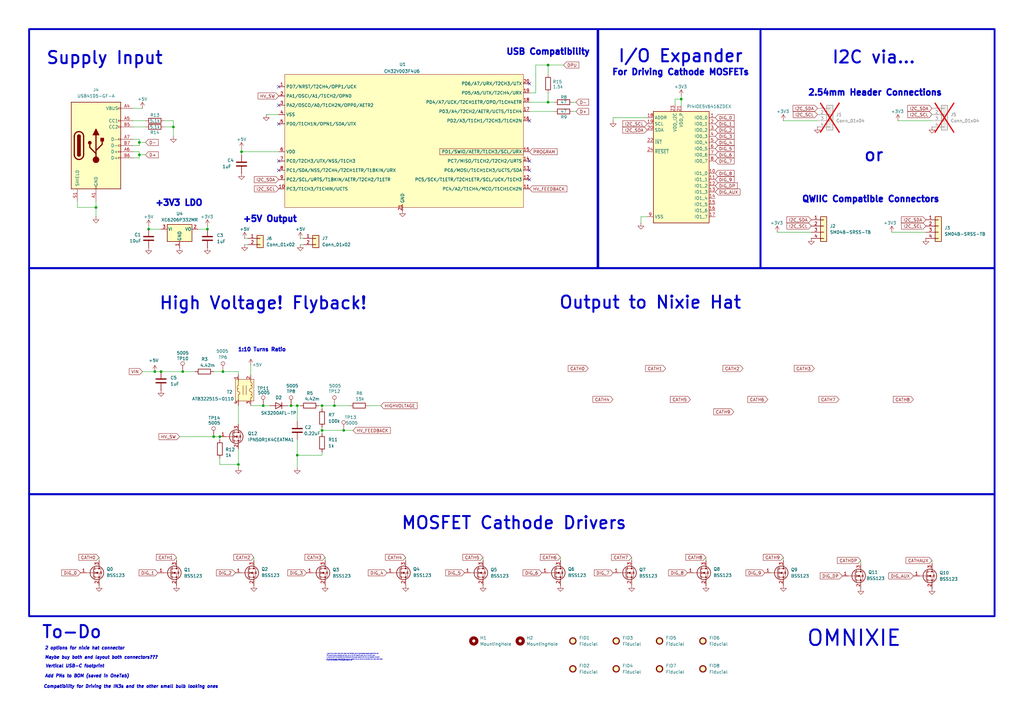
<source format=kicad_sch>
(kicad_sch (version 20250114) (generator "eeschema") (generator_version "9.0")
  (paper "A3")
  (title_block (title "Omnixie") (date "2025-12-16") (rev "1") (company "High Tech Aztech"))
  (rectangle (start 11.938 109.982) (end 407.924 202.692) (stroke (width 0.762)))
  (rectangle (start 11.938 11.938) (end 245.11 109.982) (stroke (width 0.762)))
  (rectangle (start 11.938 202.692) (end 407.924 252.73) (stroke (width 0.762)))
  (rectangle (start 245.364 11.938) (end 311.912 109.982) (stroke (width 0.762)))
  (rectangle (start 311.912 11.938) (end 407.924 109.982) (stroke (width 0.762)))
  (text "High Voltage! Flyback!" (at 107.95 124.46 0) (effects (font (size 5 5) (thickness 0.8) (bold yes))))
  (text "2.54mm Header Connections" (at 358.902 38.1 0) (effects (font (size 2.5 2.5) (thickness 0.8) (bold yes))))
  (text "QWIIC Compatible Connectors\n" (at 357.124 81.788 0) (effects (font (size 2.5 2.5) (thickness 0.8) (bold yes))))
  (text "MOSFET Cathode Drivers" (at 210.82 214.63 0) (effects (font (size 5 5) (thickness 0.8) (bold yes))))
  (text "Find small bulb sockets for the small nixie bulbs" (at 17.018 313.69 0) (effects (font (size 1.27 1.27) (thickness 0.3556) (bold yes) (italic yes)) (justify left)))
  (text "Footprints for remaining components" (at 17.78 301.498 0) (effects (font (size 1.27 1.27) (thickness 0.3556) (bold yes) (italic yes)) (justify left)))
  (text "USB Compatibility" (at 224.79 21.336 0) (effects (font (size 2.5 2.5) (thickness 0.8) (bold yes))))
  (text "1:10 Turns Ratio\n" (at 107.442 143.51 0) (effects (font (size 1.524 1.524) (thickness 0.8) (bold yes))))
  (text "This means the power supplying must occur not on the nixie footprint board, but on the driver board" (at 133.858 268.986 0) (effects (font (size 0.254 0.254) (thickness 0.3556) (bold yes) (italic yes)) (justify left)))
  (text "For Driving Cathode MOSFETs" (at 279.146 29.718 0) (effects (font (size 2.5 2.5) (thickness 0.8) (bold yes))))
  (text "Maybe buy both and layout both connectors???" (at 18.288 269.748 0) (effects (font (size 1.27 1.27) (thickness 0.3556) (bold yes) (italic yes)) (justify left)))
  (text "+5V Output" (at 110.744 89.916 0) (effects (font (size 2.5 2.5) (thickness 0.8) (bold yes))))
  (text "Supply Input" (at 42.926 23.876 0) (effects (font (size 5 5) (thickness 0.8) (bold yes))))
  (text "+3V3 LDO" (at 73.406 83.312 0) (effects (font (size 2.5 2.5) (thickness 0.8) (bold yes))))
  (text "Vertical USB-C footprint\n" (at 18.542 273.304 0) (effects (font (size 1.27 1.27) (thickness 0.3556) (bold yes) (italic yes)) (justify left)))
  (text "or\n" (at 358.394 63.754 0) (effects (font (size 5 5) (thickness 0.8) (bold yes))))
  (text "Compatibility for Driving the IN3s and the other small bulb looking ones " (at 17.78 281.686 0) (effects (font (size 1.27 1.27) (thickness 0.3556) (bold yes) (italic yes)) (justify left)))
  (text "I2C via...\n" (at 358.394 23.622 0) (effects (font (size 5 5) (thickness 0.8) (bold yes))))
  (text "It would be nice if the connector that connects the driver supply board to the nixie was reasonable to source\n" (at 133.858 269.748 0) (effects (font (size 0.254 0.254) (thickness 0.3556) (bold yes) (italic yes)) (justify left)))
  (text "I/O Expander" (at 279.146 23.114 0) (effects (font (size 5 5) (thickness 0.8) (bold yes))))
  (text "I would like to make a small driver board that interfaces with an interchangable daughter board (nixie hat)" (at 133.858 268.224 0) (effects (font (size 0.254 0.254) (thickness 0.3556) (bold yes) (italic yes)) (justify left)))
  (text "2 options for nixie hat connector" (at 18.288 265.938 0) (effects (font (size 1.27 1.27) (thickness 0.3556) (bold yes) (italic yes)) (justify left)))
  (text "OMNIXIE\n" (at 350.266 261.874 0) (effects (font (size 6.35 6.35) (thickness 0.8) (bold yes))))
  (text "Figure out pinout for USB and analog inputs" (at 17.78 305.308 0) (effects (font (size 1.27 1.27) (thickness 0.3556) (bold yes) (italic yes)) (justify left)))
  (text "The nixie driver supply board (Omnixie) would be awesome if all you had to do was either fab a super simple board \nor etch and homemake a nixie daughter board to use" (at 133.858 270.764 0) (effects (font (size 0.254 0.254) (thickness 0.3556) (bold yes) (italic yes)) (justify left)))
  (text "Add PNs to BOM (saved in OneTab)\n" (at 18.288 277.368 0) (effects (font (size 1.27 1.27) (thickness 0.3556) (bold yes) (italic yes)) (justify left)))
  (text "Output to Nixie Hat" (at 266.7 124.206 0) (effects (font (size 5 5) (thickness 0.8) (bold yes))))
  (text "Remaining passives values\n" (at 17.272 309.372 0) (effects (font (size 1.27 1.27) (thickness 0.3556) (bold yes) (italic yes)) (justify left)))
  (text "To-Do\n" (at 29.464 259.334 0) (effects (font (size 5 5) (thickness 0.8) (bold yes))))
  (junction (at 107.95 166.37))
  (junction (at 99.06 62.23))
  (junction (at 140.97 176.53))
  (junction (at 121.92 186.69))
  (junction (at 60.96 93.98))
  (junction (at 97.79 190.5))
  (junction (at 132.08 176.53))
  (junction (at 91.44 152.4))
  (junction (at 66.04 152.4))
  (junction (at 63.5 152.4))
  (junction (at 57.15 63.5))
  (junction (at 39.37 85.09))
  (junction (at 224.79 26.67))
  (junction (at 71.12 52.07))
  (junction (at 279.4 40.64))
  (junction (at 119.38 166.37))
  (junction (at 90.17 179.07))
  (junction (at 132.08 166.37))
  (junction (at 85.09 93.98))
  (junction (at 87.63 179.07))
  (junction (at 137.16 166.37))
  (junction (at 57.15 58.42))
  (junction (at 121.92 166.37))
  (junction (at 224.79 41.91))
  (junction (at 74.93 152.4))
  (no_connect (at 114.3 35.56))
  (no_connect (at 114.3 43.18))
  (no_connect (at 114.3 50.8))
  (no_connect (at 114.3 69.85))
  (no_connect (at 217.17 69.85))
  (no_connect (at 114.3 66.04))
  (no_connect (at 217.17 49.53))
  (no_connect (at 217.17 66.04))
  (no_connect (at 217.17 73.66))
  (no_connect (at 217.17 34.29))
  (wire (pts (xy 132.08 177.8) (xy 132.08 176.53)))
  (wire (pts (xy 123.19 97.79) (xy 124.46 97.79)))
  (wire (pts (xy 104.14 228.6) (xy 104.14 229.87)))
  (wire (pts (xy 227.33 45.72) (xy 217.17 45.72)))
  (wire (pts (xy 87.63 179.07) (xy 90.17 179.07)))
  (wire (pts (xy 54.61 64.77) (xy 57.15 64.77)))
  (wire (pts (xy 276.86 43.18) (xy 276.86 40.64)))
  (wire (pts (xy 54.61 52.07) (xy 59.69 52.07)))
  (wire (pts (xy 85.09 93.98) (xy 81.28 93.98)))
  (wire (pts (xy 109.22 46.99) (xy 114.3 46.99)))
  (wire (pts (xy 279.4 40.64) (xy 279.4 43.18)))
  (wire (pts (xy 66.04 152.4) (xy 74.93 152.4)))
  (wire (pts (xy 571.5 177.8) (xy 571.5 182.88)))
  (wire (pts (xy 54.61 59.69) (xy 57.15 59.69)))
  (wire (pts (xy 571.5 156.21) (xy 571.5 162.56)))
  (wire (pts (xy 321.31 228.6) (xy 321.31 229.87)))
  (wire (pts (xy 107.95 166.37) (xy 110.49 166.37)))
  (wire (pts (xy 39.37 85.09) (xy 39.37 82.55)))
  (wire (pts (xy 224.79 26.67) (xy 231.14 26.67)))
  (wire (pts (xy 87.63 152.4) (xy 91.44 152.4)))
  (wire (pts (xy 236.22 45.72) (xy 234.95 45.72)))
  (wire (pts (xy 58.42 152.4) (xy 63.5 152.4)))
  (wire (pts (xy 118.11 166.37) (xy 119.38 166.37)))
  (wire (pts (xy 133.35 228.6) (xy 133.35 229.87)))
  (wire (pts (xy 121.92 180.34) (xy 121.92 186.69)))
  (wire (pts (xy 265.43 48.26) (xy 251.46 48.26)))
  (wire (pts (xy 518.16 135.89) (xy 518.16 156.21)))
  (wire (pts (xy 236.22 41.91) (xy 234.95 41.91)))
  (wire (pts (xy 119.38 166.37) (xy 121.92 166.37)))
  (wire (pts (xy 132.08 166.37) (xy 132.08 167.64)))
  (wire (pts (xy 40.64 228.6) (xy 40.64 229.87)))
  (wire (pts (xy 289.56 228.6) (xy 289.56 229.87)))
  (wire (pts (xy 514.35 163.83) (xy 518.16 163.83)))
  (wire (pts (xy 57.15 57.15) (xy 57.15 58.42)))
  (wire (pts (xy 259.08 228.6) (xy 259.08 229.87)))
  (wire (pts (xy 99.06 63.5) (xy 99.06 62.23)))
  (wire (pts (xy 54.61 49.53) (xy 59.69 49.53)))
  (wire (pts (xy 262.89 88.9) (xy 262.89 91.44)))
  (wire (pts (xy 224.79 38.1) (xy 224.79 41.91)))
  (wire (pts (xy 229.87 228.6) (xy 229.87 229.87)))
  (wire (pts (xy 85.09 92.71) (xy 85.09 93.98)))
  (wire (pts (xy 219.71 26.67) (xy 219.71 38.1)))
  (wire (pts (xy 97.79 184.15) (xy 97.79 190.5)))
  (wire (pts (xy 279.4 39.37) (xy 279.4 40.64)))
  (wire (pts (xy 144.78 176.53) (xy 140.97 176.53)))
  (wire (pts (xy 99.06 62.23) (xy 114.3 62.23)))
  (wire (pts (xy 90.17 190.5) (xy 97.79 190.5)))
  (wire (pts (xy 365.76 95.25) (xy 379.73 95.25)))
  (wire (pts (xy 63.5 152.4) (xy 66.04 152.4)))
  (wire (pts (xy 276.86 40.64) (xy 279.4 40.64)))
  (wire (pts (xy 132.08 186.69) (xy 132.08 185.42)))
  (wire (pts (xy 137.16 166.37) (xy 143.51 166.37)))
  (wire (pts (xy 353.06 229.87) (xy 353.06 231.14)))
  (wire (pts (xy 57.15 58.42) (xy 57.15 59.69)))
  (wire (pts (xy 570.23 127) (xy 571.5 127)))
  (wire (pts (xy 72.39 228.6) (xy 72.39 229.87)))
  (wire (pts (xy 132.08 175.26) (xy 132.08 176.53)))
  (wire (pts (xy 57.15 62.23) (xy 57.15 63.5)))
  (wire (pts (xy 60.96 92.71) (xy 60.96 93.98)))
  (wire (pts (xy 217.17 41.91) (xy 224.79 41.91)))
  (wire (pts (xy 90.17 179.07) (xy 90.17 180.34)))
  (wire (pts (xy 74.93 152.4) (xy 80.01 152.4)))
  (wire (pts (xy 121.92 191.77) (xy 121.92 186.69)))
  (wire (pts (xy 224.79 26.67) (xy 224.79 30.48)))
  (wire (pts (xy 31.75 85.09) (xy 39.37 85.09)))
  (wire (pts (xy 100.33 97.79) (xy 101.6 97.79)))
  (wire (pts (xy 67.31 49.53) (xy 71.12 49.53)))
  (wire (pts (xy 121.92 166.37) (xy 123.19 166.37)))
  (wire (pts (xy 102.87 166.37) (xy 107.95 166.37)))
  (wire (pts (xy 57.15 63.5) (xy 57.15 64.77)))
  (wire (pts (xy 97.79 191.77) (xy 97.79 190.5)))
  (wire (pts (xy 219.71 26.67) (xy 224.79 26.67)))
  (wire (pts (xy 251.46 48.26) (xy 251.46 49.53)))
  (wire (pts (xy 59.69 58.42) (xy 57.15 58.42)))
  (wire (pts (xy 60.96 93.98) (xy 66.04 93.98)))
  (wire (pts (xy 97.79 166.37) (xy 97.79 173.99)))
  (wire (pts (xy 382.27 229.87) (xy 382.27 231.14)))
  (wire (pts (xy 368.3 49.53) (xy 382.27 49.53)))
  (wire (pts (xy 318.77 95.25) (xy 332.74 95.25)))
  (wire (pts (xy 571.5 138.43) (xy 571.5 140.97)))
  (wire (pts (xy 265.43 88.9) (xy 262.89 88.9)))
  (wire (pts (xy 71.12 55.88) (xy 71.12 52.07)))
  (wire (pts (xy 132.08 166.37) (xy 137.16 166.37)))
  (wire (pts (xy 54.61 62.23) (xy 57.15 62.23)))
  (wire (pts (xy 59.69 63.5) (xy 57.15 63.5)))
  (wire (pts (xy 121.92 166.37) (xy 121.92 172.72)))
  (wire (pts (xy 151.13 166.37) (xy 156.21 166.37)))
  (wire (pts (xy 198.12 228.6) (xy 198.12 229.87)))
  (wire (pts (xy 67.31 52.07) (xy 71.12 52.07)))
  (wire (pts (xy 90.17 187.96) (xy 90.17 190.5)))
  (wire (pts (xy 71.12 49.53) (xy 71.12 52.07)))
  (wire (pts (xy 39.37 88.9) (xy 39.37 85.09)))
  (wire (pts (xy 473.71 163.83) (xy 473.71 165.1)))
  (wire (pts (xy 123.19 100.33) (xy 124.46 100.33)))
  (wire (pts (xy 514.35 139.7) (xy 514.35 151.13)))
  (wire (pts (xy 473.71 135.89) (xy 473.71 156.21)))
  (wire (pts (xy 130.81 166.37) (xy 132.08 166.37)))
  (wire (pts (xy 73.66 179.07) (xy 87.63 179.07)))
  (wire (pts (xy 219.71 38.1) (xy 217.17 38.1)))
  (wire (pts (xy 121.92 186.69) (xy 132.08 186.69)))
  (wire (pts (xy 321.31 49.53) (xy 335.28 49.53)))
  (wire (pts (xy 571.5 127) (xy 571.5 130.81)))
  (wire (pts (xy 99.06 62.23) (xy 99.06 60.96)))
  (wire (pts (xy 31.75 82.55) (xy 31.75 85.09)))
  (wire (pts (xy 224.79 41.91) (xy 227.33 41.91)))
  (wire (pts (xy 54.61 44.45) (xy 58.42 44.45)))
  (wire (pts (xy 100.33 100.33) (xy 101.6 100.33)))
  (wire (pts (xy 102.87 149.86) (xy 102.87 153.67)))
  (wire (pts (xy 97.79 152.4) (xy 97.79 153.67)))
  (wire (pts (xy 166.37 228.6) (xy 166.37 229.87)))
  (wire (pts (xy 91.44 152.4) (xy 97.79 152.4)))
  (wire (pts (xy 54.61 57.15) (xy 57.15 57.15)))
  (wire (pts (xy 140.97 176.53) (xy 132.08 176.53)))
  (global_label "I2C_SCL" (shape input) (at 332.74 92.71 180) (property "Intersheetrefs" "${INTERSHEET_REFS}" (effects (hide yes))))
  (global_label "DIG_9" (shape input) (at 313.69 234.95 180) (property "Intersheetrefs" "${INTERSHEET_REFS}" (effects (hide yes))))
  (global_label "CATHAUX" (shape input) (at 382.27 229.87 180) (property "Intersheetrefs" "${INTERSHEET_REFS}" (effects (hide yes))))
  (global_label "DIG_2" (shape input) (at 96.52 234.95 180) (property "Intersheetrefs" "${INTERSHEET_REFS}" (effects (hide yes))))
  (global_label "I2C_SDA" (shape input) (at 114.3 73.66 180) (property "Intersheetrefs" "${INTERSHEET_REFS}" (effects (hide yes))))
  (global_label "CATH4" (shape input) (at 455.93 160.02 180) (property "Intersheetrefs" "${INTERSHEET_REFS}" (effects (hide yes))))
  (global_label "CATH3" (shape input) (at 455.93 157.48 180) (property "Intersheetrefs" "${INTERSHEET_REFS}" (effects (hide yes))))
  (global_label "DIG_3" (shape input) (at 125.73 234.95 180) (property "Intersheetrefs" "${INTERSHEET_REFS}" (effects (hide yes))))
  (global_label "CATH4" (shape input) (at 251.46 163.83 180) (property "Intersheetrefs" "${INTERSHEET_REFS}" (effects (hide yes))))
  (global_label "DIG_4" (shape input) (at 293.37 58.42 0) (property "Intersheetrefs" "${INTERSHEET_REFS}" (effects (hide yes))))
  (global_label "CATH9" (shape input) (at 321.31 228.6 180) (property "Intersheetrefs" "${INTERSHEET_REFS}" (effects (hide yes))))
  (global_label "CATH3" (shape input) (at 133.35 228.6 180) (property "Intersheetrefs" "${INTERSHEET_REFS}" (effects (hide yes))))
  (global_label "DIG_DP" (shape input) (at 293.37 76.2 0) (property "Intersheetrefs" "${INTERSHEET_REFS}" (effects (hide yes))))
  (global_label "DIG_6" (shape input) (at 293.37 63.5 0) (property "Intersheetrefs" "${INTERSHEET_REFS}" (effects (hide yes))))
  (global_label "DIG_6" (shape input) (at 222.25 234.95 180) (property "Intersheetrefs" "${INTERSHEET_REFS}" (effects (hide yes))))
  (global_label "HIGHVOLTAGE" (shape input) (at 570.23 127 180) (property "Intersheetrefs" "${INTERSHEET_REFS}" (effects (hide yes))))
  (global_label "I2C_SDA" (shape input) (at 379.73 90.17 180) (property "Intersheetrefs" "${INTERSHEET_REFS}" (effects (hide yes))))
  (global_label "CATH7" (shape input) (at 455.93 167.64 180) (property "Intersheetrefs" "${INTERSHEET_REFS}" (effects (hide yes))))
  (global_label "CATH8" (shape input) (at 374.65 163.83 180) (property "Intersheetrefs" "${INTERSHEET_REFS}" (effects (hide yes))))
  (global_label "CATH9" (shape input) (at 491.49 171.45 180) (property "Intersheetrefs" "${INTERSHEET_REFS}" (effects (hide yes))))
  (global_label "CATH2" (shape input) (at 104.14 228.6 180) (property "Intersheetrefs" "${INTERSHEET_REFS}" (effects (hide yes))))
  (global_label "CATH6" (shape input) (at 314.96 163.83 180) (property "Intersheetrefs" "${INTERSHEET_REFS}" (effects (hide yes))))
  (global_label "DIG_7" (shape input) (at 251.46 234.95 180) (property "Intersheetrefs" "${INTERSHEET_REFS}" (effects (hide yes))))
  (global_label "CATHAUX" (shape input) (at 571.5 182.88 180) (property "Intersheetrefs" "${INTERSHEET_REFS}" (effects (hide yes))))
  (global_label "I2C_SDA" (shape input) (at 382.27 44.45 180) (property "Intersheetrefs" "${INTERSHEET_REFS}" (effects (hide yes))))
  (global_label "DIG_8" (shape input) (at 281.94 234.95 180) (property "Intersheetrefs" "${INTERSHEET_REFS}" (effects (hide yes))))
  (global_label "DIG_1" (shape input) (at 64.77 234.95 180) (property "Intersheetrefs" "${INTERSHEET_REFS}" (effects (hide yes))))
  (global_label "CATH5" (shape input) (at 491.49 161.29 180) (property "Intersheetrefs" "${INTERSHEET_REFS}" (effects (hide yes))))
  (global_label "I2C_SDA" (shape input) (at 332.74 90.17 180) (property "Intersheetrefs" "${INTERSHEET_REFS}" (effects (hide yes))))
  (global_label "DIG_5" (shape input) (at 293.37 60.96 0) (property "Intersheetrefs" "${INTERSHEET_REFS}" (effects (hide yes))))
  (global_label "I2C_SDA" (shape input) (at 265.43 53.34 180) (property "Intersheetrefs" "${INTERSHEET_REFS}" (effects (hide yes))))
  (global_label "CATH2" (shape input) (at 491.49 153.67 180) (property "Intersheetrefs" "${INTERSHEET_REFS}" (effects (hide yes))))
  (global_label "CATH7" (shape input) (at 491.49 166.37 180) (property "Intersheetrefs" "${INTERSHEET_REFS}" (effects (hide yes))))
  (global_label "CATH2" (shape input) (at 455.93 154.94 180) (property "Intersheetrefs" "${INTERSHEET_REFS}" (effects (hide yes))))
  (global_label "CATH6" (shape input) (at 455.93 165.1 180) (property "Intersheetrefs" "${INTERSHEET_REFS}" (effects (hide yes))))
  (global_label "HV_FEEDBACK" (shape input) (at 144.78 176.53 0) (property "Intersheetrefs" "${INTERSHEET_REFS}" (effects (hide yes))))
  (global_label "CATH7" (shape input) (at 259.08 228.6 180) (property "Intersheetrefs" "${INTERSHEET_REFS}" (effects (hide yes))))
  (global_label "HIGHVOLTAGE" (shape input) (at 473.71 135.89 180) (property "Intersheetrefs" "${INTERSHEET_REFS}" (effects (hide yes))))
  (global_label "DIG_7" (shape input) (at 293.37 66.04 0) (property "Intersheetrefs" "${INTERSHEET_REFS}" (effects (hide yes))))
  (global_label "CATH5" (shape input) (at 455.93 162.56 180) (property "Intersheetrefs" "${INTERSHEET_REFS}" (effects (hide yes))))
  (global_label "CATH3" (shape input) (at 491.49 156.21 180) (property "Intersheetrefs" "${INTERSHEET_REFS}" (effects (hide yes))))
  (global_label "CATH1" (shape input) (at 273.05 151.13 180) (property "Intersheetrefs" "${INTERSHEET_REFS}" (effects (hide yes))))
  (global_label "DIG_4" (shape input) (at 158.75 234.95 180) (property "Intersheetrefs" "${INTERSHEET_REFS}" (effects (hide yes))))
  (global_label "CATH8" (shape input) (at 455.93 170.18 180) (property "Intersheetrefs" "${INTERSHEET_REFS}" (effects (hide yes))))
  (global_label "HIGHVOLTAGE" (shape input) (at 518.16 135.89 180) (property "Intersheetrefs" "${INTERSHEET_REFS}" (effects (hide yes))))
  (global_label "CATHDP" (shape input) (at 514.35 139.7 180) (property "Intersheetrefs" "${INTERSHEET_REFS}" (effects (hide yes))))
  (global_label "I2C_SDA" (shape input) (at 335.28 44.45 180) (property "Intersheetrefs" "${INTERSHEET_REFS}" (effects (hide yes))))
  (global_label "CATH5" (shape input) (at 283.21 163.83 180) (property "Intersheetrefs" "${INTERSHEET_REFS}" (effects (hide yes))))
  (global_label "I2C_SCL" (shape input) (at 335.28 46.99 180) (property "Intersheetrefs" "${INTERSHEET_REFS}" (effects (hide yes))))
  (global_label "I2C_SCL" (shape input) (at 114.3 77.47 180) (property "Intersheetrefs" "${INTERSHEET_REFS}" (effects (hide yes))))
  (global_label "CATH5" (shape input) (at 198.12 228.6 180) (property "Intersheetrefs" "${INTERSHEET_REFS}" (effects (hide yes))))
  (global_label "I2C_SCL" (shape input) (at 382.27 46.99 180) (property "Intersheetrefs" "${INTERSHEET_REFS}" (effects (hide yes))))
  (global_label "CATH1" (shape input) (at 455.93 152.4 180) (property "Intersheetrefs" "${INTERSHEET_REFS}" (effects (hide yes))))
  (global_label "CATHDP" (shape input) (at 353.06 229.87 180) (property "Intersheetrefs" "${INTERSHEET_REFS}" (effects (hide yes))))
  (global_label "CATH0" (shape input) (at 40.64 228.6 180) (property "Intersheetrefs" "${INTERSHEET_REFS}" (effects (hide yes))))
  (global_label "PROGRAM" (shape input) (at 217.17 62.23 0) (property "Intersheetrefs" "${INTERSHEET_REFS}" (effects (hide yes))))
  (global_label "CATH2" (shape input) (at 304.8 151.13 180) (property "Intersheetrefs" "${INTERSHEET_REFS}" (effects (hide yes))))
  (global_label "DIG_2" (shape input) (at 293.37 53.34 0) (property "Intersheetrefs" "${INTERSHEET_REFS}" (effects (hide yes))))
  (global_label "D+" (shape input) (at 236.22 45.72 0) (property "Intersheetrefs" "${INTERSHEET_REFS}" (effects (hide yes))))
  (global_label "HV_FEEDBACK" (shape input) (at 217.17 77.47 0) (property "Intersheetrefs" "${INTERSHEET_REFS}" (effects (hide yes))))
  (global_label "HV_SW" (shape input) (at 114.3 39.37 180) (property "Intersheetrefs" "${INTERSHEET_REFS}" (effects (hide yes))))
  (global_label "VIN" (shape input) (at 58.42 152.4 180) (property "Intersheetrefs" "${INTERSHEET_REFS}" (effects (hide yes))))
  (global_label "CATH1" (shape input) (at 491.49 151.13 180) (property "Intersheetrefs" "${INTERSHEET_REFS}" (effects (hide yes))))
  (global_label "DIG_0" (shape input) (at 293.37 48.26 0) (property "Intersheetrefs" "${INTERSHEET_REFS}" (effects (hide yes))))
  (global_label "CATH8" (shape input) (at 491.49 168.91 180) (property "Intersheetrefs" "${INTERSHEET_REFS}" (effects (hide yes))))
  (global_label "CATH1" (shape input) (at 72.39 228.6 180) (property "Intersheetrefs" "${INTERSHEET_REFS}" (effects (hide yes))))
  (global_label "DIG_9" (shape input) (at 293.37 73.66 0) (property "Intersheetrefs" "${INTERSHEET_REFS}" (effects (hide yes))))
  (global_label "CATH0" (shape input) (at 455.93 175.26 180) (property "Intersheetrefs" "${INTERSHEET_REFS}" (effects (hide yes))))
  (global_label "DIG_DP" (shape input) (at 345.44 236.22 180) (property "Intersheetrefs" "${INTERSHEET_REFS}" (effects (hide yes))))
  (global_label "DIG_8" (shape input) (at 293.37 71.12 0) (property "Intersheetrefs" "${INTERSHEET_REFS}" (effects (hide yes))))
  (global_label "CATH6" (shape input) (at 491.49 163.83 180) (property "Intersheetrefs" "${INTERSHEET_REFS}" (effects (hide yes))))
  (global_label "DIG_1" (shape input) (at 293.37 50.8 0) (property "Intersheetrefs" "${INTERSHEET_REFS}" (effects (hide yes))))
  (global_label "HIGHVOLTAGE" (shape input) (at 156.21 166.37 0) (property "Intersheetrefs" "${INTERSHEET_REFS}" (effects (hide yes))))
  (global_label "DIG_AUX" (shape input) (at 293.37 78.74 0) (property "Intersheetrefs" "${INTERSHEET_REFS}" (effects (hide yes))))
  (global_label "CATH6" (shape input) (at 229.87 228.6 180) (property "Intersheetrefs" "${INTERSHEET_REFS}" (effects (hide yes))))
  (global_label "DIG_5" (shape input) (at 190.5 234.95 180) (property "Intersheetrefs" "${INTERSHEET_REFS}" (effects (hide yes))))
  (global_label "CATH9" (shape input) (at 300.99 168.91 180) (property "Intersheetrefs" "${INTERSHEET_REFS}" (effects (hide yes))))
  (global_label "D-" (shape input) (at 236.22 41.91 0) (property "Intersheetrefs" "${INTERSHEET_REFS}" (effects (hide yes))))
  (global_label "CATH7" (shape input) (at 344.17 163.83 180) (property "Intersheetrefs" "${INTERSHEET_REFS}" (effects (hide yes))))
  (global_label "CATH4" (shape input) (at 166.37 228.6 180) (property "Intersheetrefs" "${INTERSHEET_REFS}" (effects (hide yes))))
  (global_label "DPU" (shape input) (at 231.14 26.67 0) (property "Intersheetrefs" "${INTERSHEET_REFS}" (effects (hide yes))))
  (global_label "D-" (shape input) (at 59.69 58.42 0) (property "Intersheetrefs" "${INTERSHEET_REFS}" (effects (hide yes))))
  (global_label "I2C_SCL" (shape input) (at 265.43 50.8 180) (property "Intersheetrefs" "${INTERSHEET_REFS}" (effects (hide yes))))
  (global_label "HV_SW" (shape input) (at 73.66 179.07 180) (property "Intersheetrefs" "${INTERSHEET_REFS}" (effects (hide yes))))
  (global_label "DIG_0" (shape input) (at 33.02 234.95 180) (property "Intersheetrefs" "${INTERSHEET_REFS}" (effects (hide yes))))
  (global_label "CATH0" (shape input) (at 241.3 151.13 180) (property "Intersheetrefs" "${INTERSHEET_REFS}" (effects (hide yes))))
  (global_label "DIG_3" (shape input) (at 293.37 55.88 0) (property "Intersheetrefs" "${INTERSHEET_REFS}" (effects (hide yes))))
  (global_label "CATH0" (shape input) (at 491.49 173.99 180) (property "Intersheetrefs" "${INTERSHEET_REFS}" (effects (hide yes))))
  (global_label "I2C_SCL" (shape input) (at 379.73 92.71 180) (property "Intersheetrefs" "${INTERSHEET_REFS}" (effects (hide yes))))
  (global_label "CATH4" (shape input) (at 491.49 158.75 180) (property "Intersheetrefs" "${INTERSHEET_REFS}" (effects (hide yes))))
  (global_label "DIG_AUX" (shape input) (at 374.65 236.22 180) (property "Intersheetrefs" "${INTERSHEET_REFS}" (effects (hide yes))))
  (global_label "D+" (shape input) (at 59.69 63.5 0) (property "Intersheetrefs" "${INTERSHEET_REFS}" (effects (hide yes))))
  (global_label "CATH9" (shape input) (at 455.93 172.72 180) (property "Intersheetrefs" "${INTERSHEET_REFS}" (effects (hide yes))))
  (global_label "CATH8" (shape input) (at 289.56 228.6 180) (property "Intersheetrefs" "${INTERSHEET_REFS}" (effects (hide yes))))
  (global_label "CATH3" (shape input) (at 334.01 151.13 180) (property "Intersheetrefs" "${INTERSHEET_REFS}" (effects (hide yes))))
  (symbol (lib_id "Transistor_FET:Q_NMOS_GSD") (at 256.54 234.95 0) (unit 1)
    (property "Reference" "Q7" (at 262.128 233.68 0) (effects (justify left)))
    (property "Value" "BSS123" (at 262.128 236.22 0) (effects (justify left)))
    (property "Footprint" "Package_TO_SOT_SMD:SOT-23-3" (effects (hide yes)))
    (property "Description" "N-MOSFET transistor, gate/source/drain" (effects (hide yes)))
  )
  (symbol (lib_id "nixies-us:IN-3") (at 574.04 143.51 270) (unit 1) (in_bom no) (on_board no) (dnp yes)
    (property "Reference" "N7" (at 579.12 149.098 90) (effects (font (size 1.143 1.143))))
    (property "Value" "IN-3/DOT" (effects (hide yes)))
    (property "Footprint" "nixies-us:nixies-us-IN-3" (effects (hide yes)))
    (property "Description" "E10 or E13 Bulb socket" (effects (hide yes)))
  )
  (symbol (lib_id "power:GND") (at 121.92 191.77 0) (unit 1)
    (property "Reference" "#PWR036" (effects (hide yes)))
    (property "Value" "GND" (effects (hide yes)))
    (property "Description" "Power symbol creates a global label with name \"GND\" , ground" (effects (hide yes)))
  )
  (symbol (lib_id "NICKXIE:PI4IOE5V6416ZDEX") (at 278.13 68.58 0) (unit 1)
    (property "Reference" "U3" (effects (hide yes)))
    (property "Value" "PI4IOE5V6416ZDEX" (at 290.83 43.688 0))
    (property "Footprint" "Package_DFN_QFN:TQFN-24-1EP_4x4mm_P0.5mm_EP2.1x2.1mm_ThermalVias" (effects (hide yes)))
  )
  (symbol (lib_id "cnixxie:R") (at 571.5 134.62 180) (unit 1) (in_bom no) (on_board no) (dnp yes)
    (property "Reference" "R4" (at 576.326 133.096 0) (effects (justify left)))
    (property "Value" "82k" (at 577.088 135.636 0) (effects (justify left)))
    (property "Description" "Resistor" (effects (hide yes)))
  )
  (symbol (lib_id "Device:C") (at 66.04 156.21 0) (unit 1)
    (property "Reference" "C5" (at 69.85 154.9399 0) (effects (justify left)))
    (property "Value" "1uF" (at 69.85 157.4799 0) (effects (justify left)))
    (property "Footprint" "Capacitor_SMD:C_0805_2012Metric" (effects (hide yes)))
    (property "Description" "Unpolarized capacitor" (effects (hide yes)))
  )
  (symbol (lib_id "power:GND") (at 198.12 240.03 0) (unit 1)
    (property "Reference" "#PWR05" (effects (hide yes)))
    (property "Value" "GND" (effects (hide yes)))
    (property "Description" "Power symbol creates a global label with name \"GND\" , ground" (effects (hide yes)))
  )
  (symbol (lib_id "MASTER_SYMBOLS:Fiducial") (at 270.51 262.89 0) (unit 1) (in_bom no)
    (property "Reference" "FID5" (at 273.05 261.6199 0) (effects (justify left)))
    (property "Value" "Fiducial" (at 273.05 264.1599 0) (effects (justify left)))
    (property "Footprint" "Fiducial:Fiducial_0.5mm_Mask1mm" (effects (hide yes)))
    (property "Description" "Fiducial Marker" (effects (hide yes)))
  )
  (symbol (lib_id "power:GND") (at 321.31 240.03 0) (unit 1)
    (property "Reference" "#PWR01" (effects (hide yes)))
    (property "Value" "GND" (effects (hide yes)))
    (property "Description" "Power symbol creates a global label with name \"GND\" , ground" (effects (hide yes)))
  )
  (symbol (lib_id "Connector_Generic:Conn_01x02") (at 129.54 97.79 0) (unit 1)
    (property "Reference" "J7" (at 132.08 97.7899 0) (effects (justify left)))
    (property "Value" "Conn_01x02" (at 132.08 100.3299 0) (effects (justify left)))
    (property "Footprint" "Connector_PinHeader_2.54mm:PinHeader_1x02_P2.54mm_Vertical" (effects (hide yes)))
    (property "Description" "Generic connector, single row, 01x02, script generated (kicad-library-utils/schlib/autogen/connector/)" (effects (hide yes)))
  )
  (symbol (lib_id "Transistor_FET:Q_NMOS_GSD") (at 227.33 234.95 0) (unit 1)
    (property "Reference" "Q6" (at 232.918 233.426 0) (effects (justify left)))
    (property "Value" "BSS123" (at 232.918 235.966 0) (effects (justify left)))
    (property "Footprint" "Package_TO_SOT_SMD:SOT-23-3" (effects (hide yes)))
    (property "Description" "N-MOSFET transistor, gate/source/drain" (effects (hide yes)))
  )
  (symbol (lib_id "cnixxie:R") (at 83.82 152.4 270) (unit 1)
    (property "Reference" "R3" (at 82.55 147.32 90) (effects (justify left)))
    (property "Value" "4.42m" (at 82.042 149.86 90) (effects (justify left)))
    (property "Footprint" "Resistor_SMD:R_0402_1005Metric_Pad0.72x0.64mm_HandSolder" (effects (hide yes)))
    (property "Description" "Resistor" (effects (hide yes)))
  )
  (symbol (lib_id "Connector_Generic:Conn_01x04") (at 337.82 92.71 0) (unit 1)
    (property "Reference" "J2" (at 340.36 92.7099 0) (effects (justify left)))
    (property "Value" "SM04B-SRSS-TB" (at 340.36 95.2499 0) (effects (justify left)))
    (property "Footprint" "Connector_JST:JST_SH_SM04B-SRSS-TB_1x04-1MP_P1.00mm_Horizontal" (effects (hide yes)))
    (property "Description" "Generic connector, single row, 01x04, script generated (kicad-library-utils/schlib/autogen/connector/)" (effects (hide yes)))
  )
  (symbol (lib_id "Transistor_FET:Q_NMOS_GSD") (at 130.81 234.95 0) (unit 1)
    (property "Reference" "Q3" (at 136.398 233.68 0) (effects (justify left)))
    (property "Value" "BSS123" (at 136.398 236.22 0) (effects (justify left)))
    (property "Footprint" "Package_TO_SOT_SMD:SOT-23-3" (effects (hide yes)))
    (property "Description" "N-MOSFET transistor, gate/source/drain" (effects (hide yes)))
  )
  (symbol (lib_id "Connector_Generic:Conn_01x02") (at 106.68 97.79 0) (unit 1)
    (property "Reference" "J6" (at 109.22 97.7899 0) (effects (justify left)))
    (property "Value" "Conn_01x02" (at 109.22 100.3299 0) (effects (justify left)))
    (property "Footprint" "Connector_PinHeader_2.54mm:PinHeader_1x02_P2.54mm_Vertical" (effects (hide yes)))
    (property "Description" "Generic connector, single row, 01x02, script generated (kicad-library-utils/schlib/autogen/connector/)" (effects (hide yes)))
  )
  (symbol (lib_id "Connector_Generic:Conn_01x04") (at 387.35 46.99 0) (unit 1) (dnp yes)
    (property "Reference" "J5" (at 389.89 46.9899 0) (effects (justify left)))
    (property "Value" "Conn_01x04" (at 389.89 49.5299 0) (effects (justify left)))
    (property "Footprint" "Connector_PinHeader_2.54mm:PinHeader_1x04_P2.54mm_Vertical" (effects (hide yes)))
    (property "Description" "Generic connector, single row, 01x04, script generated (kicad-library-utils/schlib/autogen/connector/)" (effects (hide yes)))
  )
  (symbol (lib_id "Transistor_FET:Q_NMOS_GSD") (at 195.58 234.95 0) (unit 1)
    (property "Reference" "Q5" (at 201.168 233.68 0) (effects (justify left)))
    (property "Value" "BSS123" (at 201.168 236.22 0) (effects (justify left)))
    (property "Footprint" "Package_TO_SOT_SMD:SOT-23-3" (effects (hide yes)))
    (property "Description" "N-MOSFET transistor, gate/source/drain" (effects (hide yes)))
  )
  (symbol (lib_id "power:+5V") (at 279.4 39.37 0) (unit 1)
    (property "Reference" "#PWR031" (effects (hide yes)))
    (property "Value" "+3V3" (at 279.146 35.56 0))
    (property "Description" "Power symbol creates a global label with name \"+5V\"" (effects (hide yes)))
  )
  (symbol (lib_id "cnixxie:CH32V003F4U6") (at 165.1 58.42 0) (unit 1)
    (property "Reference" "U1" (at 165.1 26.416 0))
    (property "Value" "CH32V003F4U6" (at 164.846 29.21 0))
    (property "Footprint" "Package_DFN_QFN:QFN-20-1EP_3x3mm_P0.4mm_EP1.65x1.65mm" (effects (hide yes)))
    (property "LCSC" "C5299908" (effects (hide yes)))
  )
  (symbol (lib_id "power:GND") (at 382.27 241.3 0) (unit 1)
    (property "Reference" "#PWR02" (effects (hide yes)))
    (property "Value" "GND" (effects (hide yes)))
    (property "Description" "Power symbol creates a global label with name \"GND\" , ground" (effects (hide yes)))
  )
  (symbol (lib_id "Connector:TestPoint") (at 137.16 166.37 0) (unit 1)
    (property "Reference" "TP12" (at 137.16 160.528 0))
    (property "Value" "5005" (at 137.414 158.242 0))
    (property "Footprint" "TestPoint:TestPoint_Keystone_5005-5009_Compact" (effects (hide yes)))
    (property "Description" "test point" (effects (hide yes)))
  )
  (symbol (lib_id "power:GND") (at 109.22 46.99 0) (unit 1)
    (property "Reference" "#PWR014" (effects (hide yes)))
    (property "Value" "GND" (effects (hide yes)))
    (property "Description" "Power symbol creates a global label with name \"GND\" , ground" (effects (hide yes)))
  )
  (symbol (lib_id "power:GND") (at 73.66 101.6 0) (unit 1)
    (property "Reference" "#PWR026" (effects (hide yes)))
    (property "Value" "GND" (effects (hide yes)))
    (property "Description" "Power symbol creates a global label with name \"GND\" , ground" (effects (hide yes)))
  )
  (symbol (lib_id "power:GND") (at 71.12 55.88 0) (unit 1)
    (property "Reference" "#PWR024" (effects (hide yes)))
    (property "Value" "GND" (effects (hide yes)))
    (property "Description" "Power symbol creates a global label with name \"GND\" , ground" (effects (hide yes)))
  )
  (symbol (lib_id "MASTER_SYMBOLS:Fiducial") (at 288.29 262.89 0) (unit 1) (in_bom no)
    (property "Reference" "FID6" (at 290.83 261.6199 0) (effects (justify left)))
    (property "Value" "Fiducial" (at 290.83 264.1599 0) (effects (justify left)))
    (property "Footprint" "Fiducial:Fiducial_0.5mm_Mask1mm" (effects (hide yes)))
    (property "Description" "Fiducial Marker" (effects (hide yes)))
  )
  (symbol (lib_id "cnixxie:R") (at 127 166.37 270) (unit 1)
    (property "Reference" "R5" (at 125.73 161.29 90) (effects (justify left)))
    (property "Value" "4.42m" (at 124.968 163.576 90) (effects (justify left)))
    (property "Footprint" "Resistor_SMD:R_0402_1005Metric_Pad0.72x0.64mm_HandSolder" (effects (hide yes)))
    (property "Description" "Resistor" (effects (hide yes)))
  )
  (symbol (lib_id "power:GND") (at 60.96 101.6 0) (unit 1)
    (property "Reference" "#PWR016" (effects (hide yes)))
    (property "Value" "GND" (effects (hide yes)))
    (property "Description" "Power symbol creates a global label with name \"GND\" , ground" (effects (hide yes)))
  )
  (symbol (lib_id "power:GND") (at 166.37 240.03 0) (unit 1)
    (property "Reference" "#PWR012" (effects (hide yes)))
    (property "Value" "GND" (effects (hide yes)))
    (property "Description" "Power symbol creates a global label with name \"GND\" , ground" (effects (hide yes)))
  )
  (symbol (lib_id "power:GND") (at 379.73 97.79 0) (unit 1)
    (property "Reference" "#PWR022" (effects (hide yes)))
    (property "Value" "GND" (effects (hide yes)))
    (property "Description" "Power symbol creates a global label with name \"GND\" , ground" (effects (hide yes)))
  )
  (symbol (lib_id "power:GND") (at 99.06 71.12 0) (unit 1)
    (property "Reference" "#PWR018" (effects (hide yes)))
    (property "Value" "GND" (effects (hide yes)))
    (property "Description" "Power symbol creates a global label with name \"GND\" , ground" (effects (hide yes)))
  )
  (symbol (lib_id "power:GND") (at 40.64 240.03 0) (unit 1)
    (property "Reference" "#PWR03" (effects (hide yes)))
    (property "Value" "GND" (effects (hide yes)))
    (property "Description" "Power symbol creates a global label with name \"GND\" , ground" (effects (hide yes)))
  )
  (symbol (lib_id "power:GND") (at 66.04 160.02 0) (unit 1)
    (property "Reference" "#PWR042" (effects (hide yes)))
    (property "Value" "GND" (effects (hide yes)))
    (property "Description" "Power symbol creates a global label with name \"GND\" , ground" (effects (hide yes)))
  )
  (symbol (lib_id "Transistor_FET:Q_NMOS_GSD") (at 318.77 234.95 0) (unit 1)
    (property "Reference" "Q9" (at 324.358 233.68 0) (effects (justify left)))
    (property "Value" "BSS123" (at 324.358 236.22 0) (effects (justify left)))
    (property "Footprint" "Package_TO_SOT_SMD:SOT-23-3" (effects (hide yes)))
    (property "Description" "N-MOSFET transistor, gate/source/drain" (effects (hide yes)))
  )
  (symbol (lib_id "Device:D") (at 114.3 166.37 180) (unit 1)
    (property "Reference" "D2" (at 114.3 163.068 0))
    (property "Value" "SK3200AFL-TP" (at 114.3 169.418 0))
    (property "Footprint" "OMNIXIE:SK3200AFL" (effects (hide yes)))
    (property "Description" "Diode" (effects (hide yes)))
    (property "Sim.Device" "D" (effects (hide yes)))
    (property "Sim.Pins" "1=K 2=A" (effects (hide yes)))
  )
  (symbol (lib_id "power:GND") (at 85.09 101.6 0) (unit 1)
    (property "Reference" "#PWR015" (effects (hide yes)))
    (property "Value" "GND" (effects (hide yes)))
    (property "Description" "Power symbol creates a global label with name \"GND\" , ground" (effects (hide yes)))
  )
  (symbol (lib_id "power:GND") (at 133.35 240.03 0) (unit 1)
    (property "Reference" "#PWR011" (effects (hide yes)))
    (property "Value" "GND" (effects (hide yes)))
    (property "Description" "Power symbol creates a global label with name \"GND\" , ground" (effects (hide yes)))
  )
  (symbol (lib_id "power:+5V") (at 365.76 95.25 0) (unit 1)
    (property "Reference" "#PWR030" (effects (hide yes)))
    (property "Value" "+3V3" (at 364.998 91.44 0))
    (property "Description" "Power symbol creates a global label with name \"+5V\"" (effects (hide yes)))
  )
  (symbol (lib_id "Connector_Generic:Conn_01x04") (at 384.81 92.71 0) (unit 1)
    (property "Reference" "J3" (at 387.35 93.472 0) (effects (justify left)))
    (property "Value" "SM04B-SRSS-TB" (at 387.35 96.012 0) (effects (justify left)))
    (property "Footprint" "Connector_JST:JST_SH_SM04B-SRSS-TB_1x04-1MP_P1.00mm_Horizontal" (effects (hide yes)))
    (property "Description" "Generic connector, single row, 01x04, script generated (kicad-library-utils/schlib/autogen/connector/)" (effects (hide yes)))
  )
  (symbol (lib_id "power:GND") (at 229.87 240.03 0) (unit 1)
    (property "Reference" "#PWR06" (effects (hide yes)))
    (property "Value" "GND" (effects (hide yes)))
    (property "Description" "Power symbol creates a global label with name \"GND\" , ground" (effects (hide yes)))
  )
  (symbol (lib_id "power:GND") (at 97.79 191.77 0) (unit 1)
    (property "Reference" "#PWR035" (effects (hide yes)))
    (property "Value" "GND" (effects (hide yes)))
    (property "Description" "Power symbol creates a global label with name \"GND\" , ground" (effects (hide yes)))
  )
  (symbol (lib_id "power:GND") (at 104.14 240.03 0) (unit 1)
    (property "Reference" "#PWR010" (effects (hide yes)))
    (property "Value" "GND" (effects (hide yes)))
    (property "Description" "Power symbol creates a global label with name \"GND\" , ground" (effects (hide yes)))
  )
  (symbol (lib_id "MASTER_SYMBOLS:Fiducial") (at 252.73 262.89 0) (unit 1) (in_bom no)
    (property "Reference" "FID3" (at 255.27 261.6199 0) (effects (justify left)))
    (property "Value" "Fiducial" (at 255.27 264.1599 0) (effects (justify left)))
    (property "Footprint" "Fiducial:Fiducial_0.5mm_Mask1mm" (effects (hide yes)))
    (property "Description" "Fiducial Marker" (effects (hide yes)))
  )
  (symbol (lib_id "power:+5V") (at 85.09 92.71 0) (unit 1)
    (property "Reference" "#PWR028" (effects (hide yes)))
    (property "Value" "+3V3" (at 84.836 88.9 0))
    (property "Description" "Power symbol creates a global label with name \"+5V\"" (effects (hide yes)))
  )
  (symbol (lib_id "power:+5V") (at 318.77 95.25 0) (unit 1)
    (property "Reference" "#PWR029" (effects (hide yes)))
    (property "Value" "+3V3" (at 318.516 91.44 0))
    (property "Description" "Power symbol creates a global label with name \"+5V\"" (effects (hide yes)))
  )
  (symbol (lib_id "nixies-us:IN-1") (at 466.09 165.1 0) (unit 1) (in_bom no) (on_board no) (dnp yes)
    (property "Reference" "N1" (at 464.82 143.256 0) (effects (font (size 1.143 1.143))))
    (property "Value" "IN-1" (effects (hide yes)))
    (property "Footprint" "NIXIE:IN-1_NIXIE_v1" (effects (hide yes)))
  )
  (symbol (lib_id "Connector:TestPoint") (at 87.63 179.07 0) (unit 1)
    (property "Reference" "TP14" (at 87.884 171.45 0))
    (property "Value" "5005" (at 87.884 173.482 0))
    (property "Footprint" "TestPoint:TestPoint_Keystone_5005-5009_Compact" (effects (hide yes)))
    (property "Description" "test point" (effects (hide yes)))
  )
  (symbol (lib_id "power:GND") (at 251.46 49.53 0) (unit 1)
    (property "Reference" "#PWR032" (effects (hide yes)))
    (property "Value" "GND" (effects (hide yes)))
    (property "Description" "Power symbol creates a global label with name \"GND\" , ground" (effects (hide yes)))
  )
  (symbol (lib_id "cnixxie:R") (at 90.17 184.15 0) (unit 1)
    (property "Reference" "R12" (at 92.456 184.404 0) (effects (justify left)))
    (property "Value" "1k" (at 92.456 186.69 0) (effects (justify left)))
    (property "Footprint" "Resistor_SMD:R_0805_2012Metric" (effects (hide yes)))
    (property "Description" "Resistor" (effects (hide yes)))
  )
  (symbol (lib_id "MASTER_SYMBOLS:Fiducial") (at 234.95 262.89 0) (unit 1) (in_bom no)
    (property "Reference" "FID1" (at 237.49 261.6199 0) (effects (justify left)))
    (property "Value" "Fiducial" (at 237.49 264.1599 0) (effects (justify left)))
    (property "Footprint" "Fiducial:Fiducial_0.5mm_Mask1mm" (effects (hide yes)))
    (property "Description" "Fiducial Marker" (effects (hide yes)))
  )
  (symbol (lib_id "Connector_Generic:Conn_01x04") (at 340.36 46.99 0) (unit 1) (dnp yes)
    (property "Reference" "J1" (at 342.9 46.9899 0) (effects (justify left)))
    (property "Value" "Conn_01x04" (at 342.9 49.5299 0) (effects (justify left)))
    (property "Footprint" "Connector_PinHeader_2.54mm:PinHeader_1x04_P2.54mm_Vertical" (effects (hide yes)))
    (property "Description" "Generic connector, single row, 01x04, script generated (kicad-library-utils/schlib/autogen/connector/)" (effects (hide yes)))
  )
  (symbol (lib_id "cnixxie:R") (at 132.08 181.61 0) (unit 1)
    (property "Reference" "R11" (at 134.62 180.3399 0) (effects (justify left)))
    (property "Value" "1k" (at 134.62 182.8799 0) (effects (justify left)))
    (property "Footprint" "Resistor_SMD:R_0805_2012Metric" (effects (hide yes)))
    (property "Description" "Resistor" (effects (hide yes)))
  )
  (symbol (lib_id "power:+5V") (at 123.19 97.79 0) (unit 1)
    (property "Reference" "#PWR043" (effects (hide yes)))
    (property "Value" "+5V" (at 123.19 93.98 0))
    (property "Description" "Power symbol creates a global label with name \"+5V\"" (effects (hide yes)))
  )
  (symbol (lib_id "power:+5V") (at 321.31 49.53 0) (unit 1)
    (property "Reference" "#PWR037" (effects (hide yes)))
    (property "Value" "+3V3" (at 321.056 45.72 0))
    (property "Description" "Power symbol creates a global label with name \"+5V\"" (effects (hide yes)))
  )
  (symbol (lib_id "power:GND") (at 289.56 240.03 0) (unit 1)
    (property "Reference" "#PWR08" (effects (hide yes)))
    (property "Value" "GND" (effects (hide yes)))
    (property "Description" "Power symbol creates a global label with name \"GND\" , ground" (effects (hide yes)))
  )
  (symbol (lib_id "Transistor_FET:Q_NMOS_GSD") (at 350.52 236.22 0) (unit 1)
    (property "Reference" "Q11" (at 356.108 234.696 0) (effects (justify left)))
    (property "Value" "BSS123" (at 355.346 237.2361 0) (effects (justify left)))
    (property "Footprint" "Package_TO_SOT_SMD:SOT-23-3" (effects (hide yes)))
    (property "Description" "N-MOSFET transistor, gate/source/drain" (effects (hide yes)))
  )
  (symbol (lib_id "Transistor_FET:Q_NMOS_GSD") (at 379.73 236.22 0) (unit 1)
    (property "Reference" "Q10" (at 385.318 234.95 0) (effects (justify left)))
    (property "Value" "BSS123" (at 385.318 237.49 0) (effects (justify left)))
    (property "Footprint" "Package_TO_SOT_SMD:SOT-23-3" (effects (hide yes)))
    (property "Description" "N-MOSFET transistor, gate/source/drain" (effects (hide yes)))
  )
  (symbol (lib_id "Transistor_FET:Q_NMOS_GSD") (at 163.83 234.95 0) (unit 1)
    (property "Reference" "Q4" (at 169.418 233.426 0) (effects (justify left)))
    (property "Value" "BSS123" (at 169.418 235.966 0) (effects (justify left)))
    (property "Footprint" "Package_TO_SOT_SMD:SOT-23-3" (effects (hide yes)))
    (property "Description" "N-MOSFET transistor, gate/source/drain" (effects (hide yes)))
  )
  (symbol (lib_id "cnixxie:R") (at 231.14 41.91 270) (unit 1)
    (property "Reference" "R8" (at 229.87 39.878 90) (effects (justify left)))
    (property "Value" "47" (at 229.87 41.91 90) (effects (justify left)))
    (property "Footprint" "Resistor_SMD:R_0402_1005Metric_Pad0.72x0.64mm_HandSolder" (effects (hide yes)))
    (property "Description" "Resistor" (effects (hide yes)))
  )
  (symbol (lib_id "Device:C") (at 121.92 176.53 0) (unit 1)
    (property "Reference" "C2" (at 124.968 175.26 0) (effects (justify left)))
    (property "Value" "0.22uF" (at 124.714 177.8 0) (effects (justify left)))
    (property "Footprint" "Capacitor_SMD:C_1210_3225Metric" (effects (hide yes)))
    (property "Description" "Unpolarized capacitor" (effects (hide yes)))
  )
  (symbol (lib_id "power:GND") (at 382.27 52.07 0) (unit 1)
    (property "Reference" "#PWR040" (effects (hide yes)))
    (property "Value" "GND" (effects (hide yes)))
    (property "Description" "Power symbol creates a global label with name \"GND\" , ground" (effects (hide yes)))
  )
  (symbol (lib_id "cnixxie:R") (at 147.32 166.37 270) (unit 1)
    (property "Reference" "R6" (at 146.05 161.29 90) (effects (justify left)))
    (property "Value" "15k" (at 145.796 163.576 90) (effects (justify left)))
    (property "Footprint" "Resistor_SMD:R_2010_5025Metric" (effects (hide yes)))
    (property "Description" "Resistor" (effects (hide yes)))
  )
  (symbol (lib_id "cnixxie:R") (at 473.71 160.02 0) (unit 1) (in_bom no) (on_board no) (dnp yes)
    (property "Reference" "R2" (at 476.25 158.7499 0) (effects (justify left)))
    (property "Value" "R" (at 476.25 161.2899 0) (effects (justify left)))
    (property "Description" "Resistor" (effects (hide yes)))
  )
  (symbol (lib_id "power:GND") (at 335.28 52.07 0) (unit 1)
    (property "Reference" "#PWR038" (effects (hide yes)))
    (property "Value" "GND" (effects (hide yes)))
    (property "Description" "Power symbol creates a global label with name \"GND\" , ground" (effects (hide yes)))
  )
  (symbol (lib_id "cnixxie:R") (at 132.08 171.45 0) (unit 1)
    (property "Reference" "R7" (at 134.62 170.1799 0) (effects (justify left)))
    (property "Value" "100k" (at 134.62 172.7199 0) (effects (justify left)))
    (property "Footprint" "Resistor_SMD:R_0805_2012Metric" (effects (hide yes)))
    (property "Description" "Resistor" (effects (hide yes)))
  )
  (symbol (lib_id "Connector:TestPoint") (at 119.38 166.37 0) (unit 1)
    (property "Reference" "TP8" (at 119.38 160.528 0))
    (property "Value" "5005" (at 119.888 158.242 0))
    (property "Footprint" "TestPoint:TestPoint_Keystone_5005-5009_Compact" (effects (hide yes)))
    (property "Description" "test point" (effects (hide yes)))
  )
  (symbol (lib_id "cnixxie:R") (at 63.5 49.53 90) (unit 1)
    (property "Reference" "R13" (at 63.5 47.244 90))
    (property "Value" "5.1k" (at 63.5 49.53 90))
    (property "Footprint" "Resistor_SMD:R_0603_1608Metric" (effects (hide yes)))
    (property "Description" "Resistor" (effects (hide yes)))
  )
  (symbol (lib_id "nixies-us:IN-3") (at 574.04 165.1 270) (unit 1) (in_bom no) (on_board no) (dnp yes)
    (property "Reference" "N8" (at 579.12 170.434 90) (effects (font (size 1.143 1.143))))
    (property "Value" "IN-3/DOT" (effects (hide yes)))
    (property "Footprint" "nixies-us:nixies-us-IN-3" (effects (hide yes)))
  )
  (symbol (lib_id "power:+5V") (at 100.33 97.79 0) (unit 1)
    (property "Reference" "#PWR019" (effects (hide yes)))
    (property "Value" "+5V" (at 100.33 93.98 0))
    (property "Description" "Power symbol creates a global label with name \"+5V\"" (effects (hide yes)))
  )
  (symbol (lib_id "MASTER_SYMBOLS:MountingHole_M2.5_RemoveWarning") (at 194.31 262.89 0) (unit 1) (in_bom no)
    (property "Reference" "H1" (at 196.85 261.6199 0) (effects (justify left)))
    (property "Value" "MountingHole" (at 196.85 264.1599 0) (effects (justify left)))
    (property "Footprint" "MountingHole:MountingHole_2.2mm_M2_DIN965_Pad_TopOnly" (effects (hide yes)))
  )
  (symbol (lib_id "Connector:TestPoint") (at 140.97 176.53 0) (unit 1)
    (property "Reference" "TP13" (at 143.764 171.196 0))
    (property "Value" "5005" (at 144.272 173.482 0))
    (property "Footprint" "TestPoint:TestPoint_Keystone_5005-5009_Compact" (effects (hide yes)))
    (property "Description" "test point" (effects (hide yes)))
  )
  (symbol (lib_id "Connector:USB_C_Receptacle_USB2.0_14P") (at 39.37 59.69 0) (unit 1)
    (property "Reference" "J4" (at 39.37 36.83 0))
    (property "Value" "USB4105-GF-A" (at 39.37 39.37 0))
    (property "Footprint" "Connector_USB:USB_C_Receptacle_Palconn_UTC16-G" (effects (hide yes)))
    (property "Datasheet" "https://www.usb.org/sites/default/files/documents/usb_type-c.zip" (effects (hide yes)))
    (property "Description" "USB 2.0-only 14P Type-C Receptacle connector" (effects (hide yes)))
  )
  (symbol (lib_id "MASTER_SYMBOLS:MountingHole_M2.5_RemoveWarning") (at 213.36 262.89 0) (unit 1) (in_bom no)
    (property "Reference" "H2" (at 215.9 261.6199 0) (effects (justify left)))
    (property "Value" "MountingHole" (at 215.9 264.1599 0) (effects (justify left)))
    (property "Footprint" "MountingHole:MountingHole_2.2mm_M2_DIN965_Pad_TopOnly" (effects (hide yes)))
  )
  (symbol (lib_id "MASTER_SYMBOLS:Fiducial") (at 252.73 274.32 0) (unit 1) (in_bom no)
    (property "Reference" "FID4" (at 255.27 273.0499 0) (effects (justify left)))
    (property "Value" "Fiducial" (at 255.27 275.5899 0) (effects (justify left)))
    (property "Footprint" "Fiducial:Fiducial_0.5mm_Mask1mm" (effects (hide yes)))
    (property "Description" "Fiducial Marker" (effects (hide yes)))
  )
  (symbol (lib_id "power:+5V") (at 60.96 92.71 0) (unit 1)
    (property "Reference" "#PWR027" (effects (hide yes)))
    (property "Value" "+5V" (at 60.96 88.9 0))
    (property "Description" "Power symbol creates a global label with name \"+5V\"" (effects (hide yes)))
  )
  (symbol (lib_id "cnixxie:R") (at 224.79 34.29 0) (unit 1)
    (property "Reference" "R15" (at 228.6 33.528 0))
    (property "Value" "1.5k" (at 228.854 35.56 0))
    (property "Footprint" "Resistor_SMD:R_0402_1005Metric_Pad0.72x0.64mm_HandSolder" (effects (hide yes)))
    (property "Description" "Resistor" (effects (hide yes)))
  )
  (symbol (lib_id "power:GND") (at 259.08 240.03 0) (unit 1)
    (property "Reference" "#PWR07" (effects (hide yes)))
    (property "Value" "GND" (effects (hide yes)))
    (property "Description" "Power symbol creates a global label with name \"GND\" , ground" (effects (hide yes)))
  )
  (symbol (lib_id "Transistor_FET:Q_NMOS_GSD") (at 69.85 234.95 0) (unit 1)
    (property "Reference" "Q1" (at 75.438 233.68 0) (effects (justify left)))
    (property "Value" "BSS123" (at 75.438 236.22 0) (effects (justify left)))
    (property "Footprint" "Package_TO_SOT_SMD:SOT-23-3" (effects (hide yes)))
    (property "Description" "N-MOSFET transistor, gate/source/drain" (effects (hide yes)))
  )
  (symbol (lib_id "Device:C") (at 99.06 67.31 0) (unit 1)
    (property "Reference" "C4" (at 93.218 65.786 0) (effects (justify left)))
    (property "Value" "1uF" (at 91.186 68.326 0) (effects (justify left)))
    (property "Footprint" "Capacitor_SMD:C_0805_2012Metric" (effects (hide yes)))
    (property "Description" "Unpolarized capacitor" (effects (hide yes)))
  )
  (symbol (lib_id "power:+5V") (at 63.5 152.4 0) (unit 1)
    (property "Reference" "#PWR033" (effects (hide yes)))
    (property "Value" "+5V" (at 62.992 147.828 0))
    (property "Description" "Power symbol creates a global label with name \"+5V\"" (effects (hide yes)))
  )
  (symbol (lib_id "power:+5V") (at 99.06 60.96 0) (unit 1)
    (property "Reference" "#PWR017" (effects (hide yes)))
    (property "Value" "+5V" (at 99.06 57.15 0))
    (property "Description" "Power symbol creates a global label with name \"+5V\"" (effects (hide yes)))
  )
  (symbol (lib_id "cnixxie:Flyback-ATB3225") (at 100.33 160.02 270) (unit 1)
    (property "Reference" "T2" (at 92.964 160.782 90) (effects (justify left)))
    (property "Value" "ATB322515-0110" (at 78.74 163.576 90) (effects (justify left)))
    (property "Footprint" "OMNIXIE:ATB322515" (effects (hide yes)))
    (property "LCSC" "C415291" (effects (hide yes)))
  )
  (symbol (lib_id "power:GND") (at 332.74 97.79 0) (unit 1)
    (property "Reference" "#PWR021" (effects (hide yes)))
    (property "Value" "GND" (effects (hide yes)))
    (property "Description" "Power symbol creates a global label with name \"GND\" , ground" (effects (hide yes)))
  )
  (symbol (lib_id "power:GND") (at 100.33 100.33 0) (unit 1)
    (property "Reference" "#PWR041" (effects (hide yes)))
    (property "Value" "GND" (effects (hide yes)))
    (property "Description" "Power symbol creates a global label with name \"GND\" , ground" (effects (hide yes)))
  )
  (symbol (lib_id "MASTER_SYMBOLS:Fiducial") (at 234.95 274.32 0) (unit 1) (in_bom no)
    (property "Reference" "FID2" (at 237.49 273.0499 0) (effects (justify left)))
    (property "Value" "Fiducial" (at 237.49 275.5899 0) (effects (justify left)))
    (property "Footprint" "Fiducial:Fiducial_0.5mm_Mask1mm" (effects (hide yes)))
    (property "Description" "Fiducial Marker" (effects (hide yes)))
  )
  (symbol (lib_id "Transistor_FET:Q_NMOS_GSD") (at 38.1 234.95 0) (unit 1)
    (property "Reference" "Q0" (at 43.688 233.426 0) (effects (justify left)))
    (property "Value" "BSS123" (at 43.688 235.966 0) (effects (justify left)))
    (property "Footprint" "Package_TO_SOT_SMD:SOT-23-3" (effects (hide yes)))
    (property "Description" "N-MOSFET transistor, gate/source/drain" (effects (hide yes)))
  )
  (symbol (lib_id "Connector:TestPoint") (at 107.95 166.37 0) (unit 1)
    (property "Reference" "TP11" (at 107.95 159.258 0))
    (property "Value" "5005" (at 108.204 161.036 0))
    (property "Footprint" "TestPoint:TestPoint_Keystone_5005-5009_Compact" (effects (hide yes)))
    (property "Description" "test point" (effects (hide yes)))
  )
  (symbol (lib_id "Transistor_FET:Q_NMOS_GSD") (at 287.02 234.95 0) (unit 1)
    (property "Reference" "Q8" (at 292.608 233.426 0) (effects (justify left)))
    (property "Value" "BSS123" (at 292.608 235.966 0) (effects (justify left)))
    (property "Footprint" "Package_TO_SOT_SMD:SOT-23-3" (effects (hide yes)))
    (property "Description" "N-MOSFET transistor, gate/source/drain" (effects (hide yes)))
  )
  (symbol (lib_id "power:+5V") (at 58.42 44.45 0) (unit 1)
    (property "Reference" "#PWR025" (effects (hide yes)))
    (property "Value" "+5V" (at 58.42 40.64 0))
    (property "Description" "Power symbol creates a global label with name \"+5V\"" (effects (hide yes)))
  )
  (symbol (lib_id "cnixxie:R") (at 63.5 52.07 270) (unit 1)
    (property "Reference" "R14" (at 63.5 54.356 90))
    (property "Value" "5.1k" (at 63.5 52.07 90))
    (property "Footprint" "Resistor_SMD:R_0603_1608Metric" (effects (hide yes)))
    (property "Description" "Resistor" (effects (hide yes)))
  )
  (symbol (lib_id "power:GND") (at 123.19 100.33 0) (unit 1)
    (property "Reference" "#PWR044" (effects (hide yes)))
    (property "Value" "GND" (effects (hide yes)))
    (property "Description" "Power symbol creates a global label with name \"GND\" , ground" (effects (hide yes)))
  )
  (symbol (lib_id "cnixxie:R") (at 518.16 160.02 0) (unit 1) (in_bom no) (on_board no) (dnp yes)
    (property "Reference" "R1" (at 520.7 158.7499 0) (effects (justify left)))
    (property "Value" "R" (at 520.7 161.2899 0) (effects (justify left)))
    (property "Description" "Resistor" (effects (hide yes)))
  )
  (symbol (lib_id "power:+5V") (at 102.87 149.86 0) (unit 1)
    (property "Reference" "#PWR034" (effects (hide yes)))
    (property "Value" "+5V" (at 105.41 149.606 0))
    (property "Description" "Power symbol creates a global label with name \"+5V\"" (effects (hide yes)))
  )
  (symbol (lib_id "power:GND") (at 72.39 240.03 0) (unit 1)
    (property "Reference" "#PWR09" (effects (hide yes)))
    (property "Value" "GND" (effects (hide yes)))
    (property "Description" "Power symbol creates a global label with name \"GND\" , ground" (effects (hide yes)))
  )
  (symbol (lib_id "Transistor_FET:Q_NMOS_GSD") (at 95.25 179.07 0) (unit 1)
    (property "Reference" "Q12" (at 101.6 177.7999 0) (effects (justify left)))
    (property "Value" "IPN50R1K4CEATMA1" (at 101.6 180.3399 0) (effects (justify left)))
    (property "Footprint" "Package_TO_SOT_SMD:SOT-223-3_TabPin2" (effects (hide yes)))
    (property "Description" "N-MOSFET transistor, gate/source/drain" (effects (hide yes)))
  )
  (symbol (lib_id "Device:C") (at 60.96 97.79 0) (unit 1)
    (property "Reference" "C1" (at 55.118 96.266 0) (effects (justify left)))
    (property "Value" "10uF" (at 53.086 98.806 0) (effects (justify left)))
    (property "Footprint" "Capacitor_SMD:C_0805_2012Metric" (effects (hide yes)))
    (property "Description" "Unpolarized capacitor" (effects (hide yes)))
  )
  (symbol (lib_id "power:GND") (at 165.1 86.36 0) (unit 1)
    (property "Reference" "#PWR013" (effects (hide yes)))
    (property "Value" "GND" (effects (hide yes)))
    (property "Description" "Power symbol creates a global label with name \"GND\" , ground" (effects (hide yes)))
  )
  (symbol (lib_id "power:+5V") (at 368.3 49.53 0) (unit 1)
    (property "Reference" "#PWR039" (effects (hide yes)))
    (property "Value" "+3V3" (at 368.046 45.72 0))
    (property "Description" "Power symbol creates a global label with name \"+5V\"" (effects (hide yes)))
  )
  (symbol (lib_id "Connector:TestPoint") (at 74.93 152.4 0) (unit 1)
    (property "Reference" "TP10" (at 74.93 147.066 0))
    (property "Value" "5005" (at 74.93 144.78 0))
    (property "Footprint" "TestPoint:TestPoint_Keystone_5005-5009_Compact" (effects (hide yes)))
    (property "Description" "test point" (effects (hide yes)))
  )
  (symbol (lib_id "power:GND") (at 353.06 241.3 0) (unit 1)
    (property "Reference" "#PWR04" (effects (hide yes)))
    (property "Value" "GND" (effects (hide yes)))
    (property "Description" "Power symbol creates a global label with name \"GND\" , ground" (effects (hide yes)))
  )
  (symbol (lib_id "Connector:TestPoint") (at 91.44 152.4 0) (unit 1)
    (property "Reference" "TP6" (at 91.44 146.558 0))
    (property "Value" "5005" (at 91.186 144.018 0))
    (property "Footprint" "TestPoint:TestPoint_Keystone_5005-5009_Compact" (effects (hide yes)))
    (property "Description" "IINSENSE" (effects (hide yes)))
  )
  (symbol (lib_id "nixies-us:IN-12BORIGINAL") (at 504.19 163.83 0) (unit 1) (in_bom no) (on_board no) (dnp yes)
    (property "Reference" "N2" (at 502.92 142.24 0) (effects (font (size 1.143 1.143))))
    (property "Value" "IN-12BORIGINAL" (effects (hide yes)))
    (property "Footprint" "NIXIE:IN-12A Nixie" (effects (hide yes)))
  )
  (symbol (lib_id "cnixxie:R") (at 231.14 45.72 270) (unit 1)
    (property "Reference" "R9" (at 229.87 48.006 90) (effects (justify left)))
    (property "Value" "47" (at 229.87 45.72 90) (effects (justify left)))
    (property "Footprint" "Resistor_SMD:R_0402_1005Metric_Pad0.72x0.64mm_HandSolder" (effects (hide yes)))
    (property "Description" "Resistor" (effects (hide yes)))
  )
  (symbol (lib_id "Device:C") (at 85.09 97.79 0) (unit 1)
    (property "Reference" "C3" (at 88.9 96.5199 0) (effects (justify left)))
    (property "Value" "1uF" (at 88.9 99.0599 0) (effects (justify left)))
    (property "Footprint" "Capacitor_SMD:C_0805_2012Metric" (effects (hide yes)))
    (property "Description" "Unpolarized capacitor" (effects (hide yes)))
  )
  (symbol (lib_id "MASTER_SYMBOLS:Fiducial") (at 270.51 274.32 0) (unit 1) (in_bom no)
    (property "Reference" "FID7" (at 273.05 273.0499 0) (effects (justify left)))
    (property "Value" "Fiducial" (at 273.05 275.5899 0) (effects (justify left)))
    (property "Footprint" "Fiducial:Fiducial_0.5mm_Mask1mm" (effects (hide yes)))
    (property "Description" "Fiducial Marker" (effects (hide yes)))
  )
  (symbol (lib_id "power:GND") (at 262.89 91.44 0) (unit 1)
    (property "Reference" "#PWR020" (effects (hide yes)))
    (property "Value" "GND" (effects (hide yes)))
    (property "Description" "Power symbol creates a global label with name \"GND\" , ground" (effects (hide yes)))
  )
  (symbol (lib_id "power:GND") (at 39.37 88.9 0) (unit 1)
    (property "Reference" "#PWR023" (effects (hide yes)))
    (property "Value" "GND" (effects (hide yes)))
    (property "Description" "Power symbol creates a global label with name \"GND\" , ground" (effects (hide yes)))
  )
  (symbol (lib_id "Regulator_Linear:XC6206PxxxMR") (at 73.66 93.98 0) (unit 1)
    (property "Reference" "U4" (at 73.66 87.63 0))
    (property "Value" "XC6206P332MR" (at 73.66 90.17 0))
    (property "Footprint" "Package_TO_SOT_SMD:SOT-23-3" (effects (hide yes)))
    (property "Datasheet" "https://www.torexsemi.com/file/xc6206/XC6206.pdf" (effects (hide yes)))
    (property "Description" "Positive 60-250mA Low Dropout Regulator, Fixed Output, SOT-23" (effects (hide yes)))
  )
  (symbol (lib_id "MASTER_SYMBOLS:Fiducial") (at 288.29 274.32 0) (unit 1) (in_bom no)
    (property "Reference" "FID8" (at 290.83 273.0499 0) (effects (justify left)))
    (property "Value" "Fiducial" (at 290.83 275.5899 0) (effects (justify left)))
    (property "Footprint" "Fiducial:Fiducial_0.5mm_Mask1mm" (effects (hide yes)))
    (property "Description" "Fiducial Marker" (effects (hide yes)))
  )
  (symbol (lib_id "Transistor_FET:Q_NMOS_GSD") (at 101.6 234.95 0) (unit 1)
    (property "Reference" "Q2" (at 107.188 233.426 0) (effects (justify left)))
    (property "Value" "BSS123" (at 107.188 235.966 0) (effects (justify left)))
    (property "Footprint" "Package_TO_SOT_SMD:SOT-23-3" (effects (hide yes)))
    (property "Description" "N-MOSFET transistor, gate/source/drain" (effects (hide yes)))
  )
)
</source>
